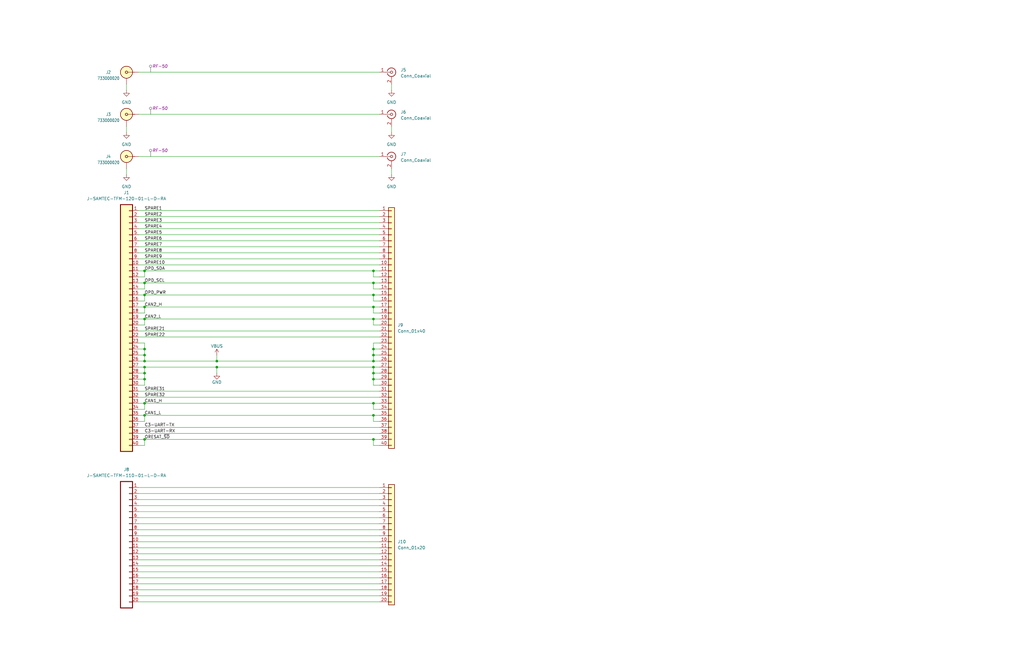
<source format=kicad_sch>
(kicad_sch (version 20230121) (generator eeschema)
  (paper "USLedger")
  (lib_symbols
    (symbol "Connector:Conn_Coaxial" (pin_names (offset 1.016) hide)
      (property "Reference" "J" (at 0.254 3.048 0))
      (property "Value" "Conn_Coaxial" (at 2.921 0 90))
      (symbol "Conn_Coaxial_0_1"
        (arc (start -1.778 -0.508) (mid 0.2311 -1.8066) (end 1.778 0) (stroke (width 0.254)))
        (polyline (pts (xy -2.54 0) (xy -0.508 0)))
        (polyline (pts (xy 0 -2.54) (xy 0 -1.778)))
        (circle (center 0 0) (radius 0.508) (stroke (width 0.2032)))
        (arc (start 1.778 0) (mid 0.2099 1.8101) (end -1.778 0.508) (stroke (width 0.254)))
      )
      (symbol "Conn_Coaxial_1_1"
        (pin passive line (at -5.08 0 0) (length 2.54) (name "In") (number "1"))
        (pin passive line (at 0 -5.08 90) (length 2.54) (name "Ext") (number "2"))
      )
    )
    (symbol "Connector_Generic:Conn_01x20" (pin_names (offset 1.016) hide)
      (property "Reference" "J" (at 0 25.4 0))
      (property "Value" "Conn_01x20" (at 0 -27.94 0))
      (symbol "Conn_01x20_1_1"
        (rectangle (start -1.27 -25.273) (end 0 -25.527) (stroke (width 0.1524)))
        (rectangle (start -1.27 -22.733) (end 0 -22.987) (stroke (width 0.1524)))
        (rectangle (start -1.27 -20.193) (end 0 -20.447) (stroke (width 0.1524)))
        (rectangle (start -1.27 -17.653) (end 0 -17.907) (stroke (width 0.1524)))
        (rectangle (start -1.27 -15.113) (end 0 -15.367) (stroke (width 0.1524)))
        (rectangle (start -1.27 -12.573) (end 0 -12.827) (stroke (width 0.1524)))
        (rectangle (start -1.27 -10.033) (end 0 -10.287) (stroke (width 0.1524)))
        (rectangle (start -1.27 -7.493) (end 0 -7.747) (stroke (width 0.1524)))
        (rectangle (start -1.27 -4.953) (end 0 -5.207) (stroke (width 0.1524)))
        (rectangle (start -1.27 -2.413) (end 0 -2.667) (stroke (width 0.1524)))
        (rectangle (start -1.27 0.127) (end 0 -0.127) (stroke (width 0.1524)))
        (rectangle (start -1.27 2.667) (end 0 2.413) (stroke (width 0.1524)))
        (rectangle (start -1.27 5.207) (end 0 4.953) (stroke (width 0.1524)))
        (rectangle (start -1.27 7.747) (end 0 7.493) (stroke (width 0.1524)))
        (rectangle (start -1.27 10.287) (end 0 10.033) (stroke (width 0.1524)))
        (rectangle (start -1.27 12.827) (end 0 12.573) (stroke (width 0.1524)))
        (rectangle (start -1.27 15.367) (end 0 15.113) (stroke (width 0.1524)))
        (rectangle (start -1.27 17.907) (end 0 17.653) (stroke (width 0.1524)))
        (rectangle (start -1.27 20.447) (end 0 20.193) (stroke (width 0.1524)))
        (rectangle (start -1.27 22.987) (end 0 22.733) (stroke (width 0.1524)))
        (rectangle (start -1.27 24.13) (end 1.27 -26.67) (stroke (width 0.254)) (fill (type background)))
        (pin passive line (at -5.08 22.86 0) (length 3.81) (name "Pin_1") (number "1"))
        (pin passive line (at -5.08 0 0) (length 3.81) (name "Pin_10") (number "10"))
        (pin passive line (at -5.08 -2.54 0) (length 3.81) (name "Pin_11") (number "11"))
        (pin passive line (at -5.08 -5.08 0) (length 3.81) (name "Pin_12") (number "12"))
        (pin passive line (at -5.08 -7.62 0) (length 3.81) (name "Pin_13") (number "13"))
        (pin passive line (at -5.08 -10.16 0) (length 3.81) (name "Pin_14") (number "14"))
        (pin passive line (at -5.08 -12.7 0) (length 3.81) (name "Pin_15") (number "15"))
        (pin passive line (at -5.08 -15.24 0) (length 3.81) (name "Pin_16") (number "16"))
        (pin passive line (at -5.08 -17.78 0) (length 3.81) (name "Pin_17") (number "17"))
        (pin passive line (at -5.08 -20.32 0) (length 3.81) (name "Pin_18") (number "18"))
        (pin passive line (at -5.08 -22.86 0) (length 3.81) (name "Pin_19") (number "19"))
        (pin passive line (at -5.08 20.32 0) (length 3.81) (name "Pin_2") (number "2"))
        (pin passive line (at -5.08 -25.4 0) (length 3.81) (name "Pin_20") (number "20"))
        (pin passive line (at -5.08 17.78 0) (length 3.81) (name "Pin_3") (number "3"))
        (pin passive line (at -5.08 15.24 0) (length 3.81) (name "Pin_4") (number "4"))
        (pin passive line (at -5.08 12.7 0) (length 3.81) (name "Pin_5") (number "5"))
        (pin passive line (at -5.08 10.16 0) (length 3.81) (name "Pin_6") (number "6"))
        (pin passive line (at -5.08 7.62 0) (length 3.81) (name "Pin_7") (number "7"))
        (pin passive line (at -5.08 5.08 0) (length 3.81) (name "Pin_8") (number "8"))
        (pin passive line (at -5.08 2.54 0) (length 3.81) (name "Pin_9") (number "9"))
      )
    )
    (symbol "Connector_Generic:Conn_01x40" (pin_names (offset 1.016) hide)
      (property "Reference" "J" (at 0 50.8 0))
      (property "Value" "Conn_01x40" (at 0 -53.34 0))
      (symbol "Conn_01x40_1_1"
        (rectangle (start -1.27 -50.673) (end 0 -50.927) (stroke (width 0.1524)))
        (rectangle (start -1.27 -48.133) (end 0 -48.387) (stroke (width 0.1524)))
        (rectangle (start -1.27 -45.593) (end 0 -45.847) (stroke (width 0.1524)))
        (rectangle (start -1.27 -43.053) (end 0 -43.307) (stroke (width 0.1524)))
        (rectangle (start -1.27 -40.513) (end 0 -40.767) (stroke (width 0.1524)))
        (rectangle (start -1.27 -37.973) (end 0 -38.227) (stroke (width 0.1524)))
        (rectangle (start -1.27 -35.433) (end 0 -35.687) (stroke (width 0.1524)))
        (rectangle (start -1.27 -32.893) (end 0 -33.147) (stroke (width 0.1524)))
        (rectangle (start -1.27 -30.353) (end 0 -30.607) (stroke (width 0.1524)))
        (rectangle (start -1.27 -27.813) (end 0 -28.067) (stroke (width 0.1524)))
        (rectangle (start -1.27 -25.273) (end 0 -25.527) (stroke (width 0.1524)))
        (rectangle (start -1.27 -22.733) (end 0 -22.987) (stroke (width 0.1524)))
        (rectangle (start -1.27 -20.193) (end 0 -20.447) (stroke (width 0.1524)))
        (rectangle (start -1.27 -17.653) (end 0 -17.907) (stroke (width 0.1524)))
        (rectangle (start -1.27 -15.113) (end 0 -15.367) (stroke (width 0.1524)))
        (rectangle (start -1.27 -12.573) (end 0 -12.827) (stroke (width 0.1524)))
        (rectangle (start -1.27 -10.033) (end 0 -10.287) (stroke (width 0.1524)))
        (rectangle (start -1.27 -7.493) (end 0 -7.747) (stroke (width 0.1524)))
        (rectangle (start -1.27 -4.953) (end 0 -5.207) (stroke (width 0.1524)))
        (rectangle (start -1.27 -2.413) (end 0 -2.667) (stroke (width 0.1524)))
        (rectangle (start -1.27 0.127) (end 0 -0.127) (stroke (width 0.1524)))
        (rectangle (start -1.27 2.667) (end 0 2.413) (stroke (width 0.1524)))
        (rectangle (start -1.27 5.207) (end 0 4.953) (stroke (width 0.1524)))
        (rectangle (start -1.27 7.747) (end 0 7.493) (stroke (width 0.1524)))
        (rectangle (start -1.27 10.287) (end 0 10.033) (stroke (width 0.1524)))
        (rectangle (start -1.27 12.827) (end 0 12.573) (stroke (width 0.1524)))
        (rectangle (start -1.27 15.367) (end 0 15.113) (stroke (width 0.1524)))
        (rectangle (start -1.27 17.907) (end 0 17.653) (stroke (width 0.1524)))
        (rectangle (start -1.27 20.447) (end 0 20.193) (stroke (width 0.1524)))
        (rectangle (start -1.27 22.987) (end 0 22.733) (stroke (width 0.1524)))
        (rectangle (start -1.27 25.527) (end 0 25.273) (stroke (width 0.1524)))
        (rectangle (start -1.27 28.067) (end 0 27.813) (stroke (width 0.1524)))
        (rectangle (start -1.27 30.607) (end 0 30.353) (stroke (width 0.1524)))
        (rectangle (start -1.27 33.147) (end 0 32.893) (stroke (width 0.1524)))
        (rectangle (start -1.27 35.687) (end 0 35.433) (stroke (width 0.1524)))
        (rectangle (start -1.27 38.227) (end 0 37.973) (stroke (width 0.1524)))
        (rectangle (start -1.27 40.767) (end 0 40.513) (stroke (width 0.1524)))
        (rectangle (start -1.27 43.307) (end 0 43.053) (stroke (width 0.1524)))
        (rectangle (start -1.27 45.847) (end 0 45.593) (stroke (width 0.1524)))
        (rectangle (start -1.27 48.387) (end 0 48.133) (stroke (width 0.1524)))
        (rectangle (start -1.27 49.53) (end 1.27 -52.07) (stroke (width 0.254)) (fill (type background)))
        (pin passive line (at -5.08 48.26 0) (length 3.81) (name "Pin_1") (number "1"))
        (pin passive line (at -5.08 25.4 0) (length 3.81) (name "Pin_10") (number "10"))
        (pin passive line (at -5.08 22.86 0) (length 3.81) (name "Pin_11") (number "11"))
        (pin passive line (at -5.08 20.32 0) (length 3.81) (name "Pin_12") (number "12"))
        (pin passive line (at -5.08 17.78 0) (length 3.81) (name "Pin_13") (number "13"))
        (pin passive line (at -5.08 15.24 0) (length 3.81) (name "Pin_14") (number "14"))
        (pin passive line (at -5.08 12.7 0) (length 3.81) (name "Pin_15") (number "15"))
        (pin passive line (at -5.08 10.16 0) (length 3.81) (name "Pin_16") (number "16"))
        (pin passive line (at -5.08 7.62 0) (length 3.81) (name "Pin_17") (number "17"))
        (pin passive line (at -5.08 5.08 0) (length 3.81) (name "Pin_18") (number "18"))
        (pin passive line (at -5.08 2.54 0) (length 3.81) (name "Pin_19") (number "19"))
        (pin passive line (at -5.08 45.72 0) (length 3.81) (name "Pin_2") (number "2"))
        (pin passive line (at -5.08 0 0) (length 3.81) (name "Pin_20") (number "20"))
        (pin passive line (at -5.08 -2.54 0) (length 3.81) (name "Pin_21") (number "21"))
        (pin passive line (at -5.08 -5.08 0) (length 3.81) (name "Pin_22") (number "22"))
        (pin passive line (at -5.08 -7.62 0) (length 3.81) (name "Pin_23") (number "23"))
        (pin passive line (at -5.08 -10.16 0) (length 3.81) (name "Pin_24") (number "24"))
        (pin passive line (at -5.08 -12.7 0) (length 3.81) (name "Pin_25") (number "25"))
        (pin passive line (at -5.08 -15.24 0) (length 3.81) (name "Pin_26") (number "26"))
        (pin passive line (at -5.08 -17.78 0) (length 3.81) (name "Pin_27") (number "27"))
        (pin passive line (at -5.08 -20.32 0) (length 3.81) (name "Pin_28") (number "28"))
        (pin passive line (at -5.08 -22.86 0) (length 3.81) (name "Pin_29") (number "29"))
        (pin passive line (at -5.08 43.18 0) (length 3.81) (name "Pin_3") (number "3"))
        (pin passive line (at -5.08 -25.4 0) (length 3.81) (name "Pin_30") (number "30"))
        (pin passive line (at -5.08 -27.94 0) (length 3.81) (name "Pin_31") (number "31"))
        (pin passive line (at -5.08 -30.48 0) (length 3.81) (name "Pin_32") (number "32"))
        (pin passive line (at -5.08 -33.02 0) (length 3.81) (name "Pin_33") (number "33"))
        (pin passive line (at -5.08 -35.56 0) (length 3.81) (name "Pin_34") (number "34"))
        (pin passive line (at -5.08 -38.1 0) (length 3.81) (name "Pin_35") (number "35"))
        (pin passive line (at -5.08 -40.64 0) (length 3.81) (name "Pin_36") (number "36"))
        (pin passive line (at -5.08 -43.18 0) (length 3.81) (name "Pin_37") (number "37"))
        (pin passive line (at -5.08 -45.72 0) (length 3.81) (name "Pin_38") (number "38"))
        (pin passive line (at -5.08 -48.26 0) (length 3.81) (name "Pin_39") (number "39"))
        (pin passive line (at -5.08 40.64 0) (length 3.81) (name "Pin_4") (number "4"))
        (pin passive line (at -5.08 -50.8 0) (length 3.81) (name "Pin_40") (number "40"))
        (pin passive line (at -5.08 38.1 0) (length 3.81) (name "Pin_5") (number "5"))
        (pin passive line (at -5.08 35.56 0) (length 3.81) (name "Pin_6") (number "6"))
        (pin passive line (at -5.08 33.02 0) (length 3.81) (name "Pin_7") (number "7"))
        (pin passive line (at -5.08 30.48 0) (length 3.81) (name "Pin_8") (number "8"))
        (pin passive line (at -5.08 27.94 0) (length 3.81) (name "Pin_9") (number "9"))
      )
    )
    (symbol "oresat-connectors:J-MOLEX-SMPM-73300-002X"
      (property "Reference" "J" (at 5.08 -3.81 0))
      (property "Value" "733000020" (at 5.08 -6.35 0))
      (symbol "J-MOLEX-SMPM-73300-002X_1_0"
        (polyline (pts (xy 0.508 0) (xy 3.556 0)) (stroke (width 0.1524)))
        (circle (center 0 0) (radius 0.508) (stroke (width 0.254)))
        (circle (center 0 0) (radius 2.54) (stroke (width 0.254)) (fill (type background)))
        (pin passive line (at 0 -5.08 90) (length 2.54) (name "SHLD") (number "SHLD"))
        (pin passive line (at 5.08 0 180) (length 2.54) (name "SIG") (number "SIG"))
      )
    )
    (symbol "oresat-connectors:J-SAMTEC-TFM-110-01-L-D-RA" (pin_names hide)
      (property "Reference" "J" (at -2.54 30.48 0))
      (property "Value" "J-SAMTEC-TFM-110-01-L-D-RA" (at 0 -55.88 0))
      (symbol "J-SAMTEC-TFM-110-01-L-D-RA_0_1"
        (rectangle (start -2.54 27.94) (end 2.54 -25.4) (stroke (width 0.4)))
        (rectangle (start 2.413 -22.733) (end 1.143 -22.987) (stroke (width 0.1524)))
        (rectangle (start 2.413 -20.193) (end 1.143 -20.447) (stroke (width 0.1524)))
        (rectangle (start 2.413 -17.653) (end 1.143 -17.907) (stroke (width 0.1524)))
        (rectangle (start 2.413 -15.113) (end 1.143 -15.367) (stroke (width 0.1524)))
        (rectangle (start 2.413 -12.573) (end 1.143 -12.827) (stroke (width 0.1524)))
        (rectangle (start 2.413 -10.033) (end 1.143 -10.287) (stroke (width 0.1524)))
        (rectangle (start 2.413 -7.493) (end 1.143 -7.747) (stroke (width 0.1524)))
        (rectangle (start 2.413 -4.953) (end 1.143 -5.207) (stroke (width 0.1524)))
        (rectangle (start 2.413 -2.413) (end 1.143 -2.667) (stroke (width 0.1524)))
        (rectangle (start 2.413 0.127) (end 1.143 -0.127) (stroke (width 0.1524)))
        (rectangle (start 2.413 2.667) (end 1.143 2.413) (stroke (width 0.1524)))
        (rectangle (start 2.413 5.207) (end 1.143 4.953) (stroke (width 0.1524)))
        (rectangle (start 2.413 7.747) (end 1.143 7.493) (stroke (width 0.1524)))
        (rectangle (start 2.413 10.287) (end 1.143 10.033) (stroke (width 0.1524)))
        (rectangle (start 2.413 12.827) (end 1.143 12.573) (stroke (width 0.1524)))
        (rectangle (start 2.413 15.367) (end 1.143 15.113) (stroke (width 0.1524)))
        (rectangle (start 2.413 17.907) (end 1.143 17.653) (stroke (width 0.1524)))
        (rectangle (start 2.413 20.447) (end 1.143 20.193) (stroke (width 0.1524)))
        (rectangle (start 2.413 22.987) (end 1.143 22.733) (stroke (width 0.1524)))
        (rectangle (start 2.413 25.527) (end 1.143 25.273) (stroke (width 0.1524)))
      )
      (symbol "J-SAMTEC-TFM-110-01-L-D-RA_1_1"
        (pin passive line (at 5.08 25.4 180) (length 2.54) (name "") (number "1"))
        (pin passive line (at 5.08 2.54 180) (length 2.54) (name "") (number "10"))
        (pin passive line (at 5.08 0 180) (length 2.54) (name "") (number "11"))
        (pin passive line (at 5.08 -2.54 180) (length 2.54) (name "") (number "12"))
        (pin passive line (at 5.08 -5.08 180) (length 2.54) (name "") (number "13"))
        (pin passive line (at 5.08 -7.62 180) (length 2.54) (name "") (number "14"))
        (pin passive line (at 5.08 -10.16 180) (length 2.54) (name "") (number "15"))
        (pin passive line (at 5.08 -12.7 180) (length 2.54) (name "") (number "16"))
        (pin passive line (at 5.08 -15.24 180) (length 2.54) (name "") (number "17"))
        (pin passive line (at 5.08 -17.78 180) (length 2.54) (name "") (number "18"))
        (pin passive line (at 5.08 -20.32 180) (length 2.54) (name "") (number "19"))
        (pin passive line (at 5.08 22.86 180) (length 2.54) (name "") (number "2"))
        (pin passive line (at 5.08 -22.86 180) (length 2.54) (name "") (number "20"))
        (pin passive line (at 5.08 20.32 180) (length 2.54) (name "") (number "3"))
        (pin passive line (at 5.08 17.78 180) (length 2.54) (name "") (number "4"))
        (pin passive line (at 5.08 15.24 180) (length 2.54) (name "") (number "5"))
        (pin passive line (at 5.08 12.7 180) (length 2.54) (name "") (number "6"))
        (pin passive line (at 5.08 10.16 180) (length 2.54) (name "") (number "7"))
        (pin passive line (at 5.08 7.62 180) (length 2.54) (name "") (number "8"))
        (pin passive line (at 5.08 5.08 180) (length 2.54) (name "") (number "9"))
      )
    )
    (symbol "oresat-connectors:J-SAMTEC-TFM-120-01-L-D-RA" (pin_names hide)
      (property "Reference" "J" (at 0 54.61 0))
      (property "Value" "J-SAMTEC-TFM-120-01-L-D-RA" (at 0 52.07 0))
      (symbol "J-SAMTEC-TFM-120-01-L-D-RA_0_1"
        (rectangle (start 2.413 -50.673) (end 1.143 -50.927) (stroke (width 0.1524)))
        (rectangle (start 2.413 -48.133) (end 1.143 -48.387) (stroke (width 0.1524)))
        (rectangle (start 2.413 -45.593) (end 1.143 -45.847) (stroke (width 0.1524)))
        (rectangle (start 2.413 -43.053) (end 1.143 -43.307) (stroke (width 0.1524)))
        (rectangle (start 2.413 -40.513) (end 1.143 -40.767) (stroke (width 0.1524)))
        (rectangle (start 2.413 -37.973) (end 1.143 -38.227) (stroke (width 0.1524)))
        (rectangle (start 2.413 -35.433) (end 1.143 -35.687) (stroke (width 0.1524)))
        (rectangle (start 2.413 -32.893) (end 1.143 -33.147) (stroke (width 0.1524)))
        (rectangle (start 2.413 -30.353) (end 1.143 -30.607) (stroke (width 0.1524)))
        (rectangle (start 2.413 -27.813) (end 1.143 -28.067) (stroke (width 0.1524)))
        (rectangle (start 2.413 -25.273) (end 1.143 -25.527) (stroke (width 0.1524)))
        (rectangle (start 2.413 -22.733) (end 1.143 -22.987) (stroke (width 0.1524)))
        (rectangle (start 2.413 -20.193) (end 1.143 -20.447) (stroke (width 0.1524)))
        (rectangle (start 2.413 -17.653) (end 1.143 -17.907) (stroke (width 0.1524)))
        (rectangle (start 2.413 -15.113) (end 1.143 -15.367) (stroke (width 0.1524)))
        (rectangle (start 2.413 -12.573) (end 1.143 -12.827) (stroke (width 0.1524)))
        (rectangle (start 2.413 -10.033) (end 1.143 -10.287) (stroke (width 0.1524)))
        (rectangle (start 2.413 -7.493) (end 1.143 -7.747) (stroke (width 0.1524)))
        (rectangle (start 2.413 -4.953) (end 1.143 -5.207) (stroke (width 0.1524)))
        (rectangle (start 2.413 -2.413) (end 1.143 -2.667) (stroke (width 0.1524)))
        (rectangle (start 2.413 0.127) (end 1.143 -0.127) (stroke (width 0.1524)))
        (rectangle (start 2.413 2.667) (end 1.143 2.413) (stroke (width 0.1524)))
        (rectangle (start 2.413 5.207) (end 1.143 4.953) (stroke (width 0.1524)))
        (rectangle (start 2.413 7.747) (end 1.143 7.493) (stroke (width 0.1524)))
        (rectangle (start 2.413 10.287) (end 1.143 10.033) (stroke (width 0.1524)))
        (rectangle (start 2.413 12.827) (end 1.143 12.573) (stroke (width 0.1524)))
        (rectangle (start 2.413 15.367) (end 1.143 15.113) (stroke (width 0.1524)))
        (rectangle (start 2.413 17.907) (end 1.143 17.653) (stroke (width 0.1524)))
        (rectangle (start 2.413 20.447) (end 1.143 20.193) (stroke (width 0.1524)))
        (rectangle (start 2.413 22.987) (end 1.143 22.733) (stroke (width 0.1524)))
        (rectangle (start 2.413 25.527) (end 1.143 25.273) (stroke (width 0.1524)))
        (rectangle (start 2.413 28.067) (end 1.143 27.813) (stroke (width 0.1524)))
        (rectangle (start 2.413 30.607) (end 1.143 30.353) (stroke (width 0.1524)))
        (rectangle (start 2.413 33.147) (end 1.143 32.893) (stroke (width 0.1524)))
        (rectangle (start 2.413 35.687) (end 1.143 35.433) (stroke (width 0.1524)))
        (rectangle (start 2.413 38.227) (end 1.143 37.973) (stroke (width 0.1524)))
        (rectangle (start 2.413 40.767) (end 1.143 40.513) (stroke (width 0.1524)))
        (rectangle (start 2.413 43.307) (end 1.143 43.053) (stroke (width 0.1524)))
        (rectangle (start 2.413 45.847) (end 1.143 45.593) (stroke (width 0.1524)))
        (rectangle (start 2.413 48.387) (end 1.143 48.133) (stroke (width 0.1524)))
      )
      (symbol "J-SAMTEC-TFM-120-01-L-D-RA_1_1"
        (rectangle (start -2.54 50.8) (end 2.54 -53.34) (stroke (width 0.4)) (fill (type background)))
        (pin passive line (at 5.08 48.26 180) (length 2.54) (name "") (number "1"))
        (pin passive line (at 5.08 25.4 180) (length 2.54) (name "") (number "10"))
        (pin passive line (at 5.08 22.86 180) (length 2.54) (name "") (number "11"))
        (pin passive line (at 5.08 20.32 180) (length 2.54) (name "") (number "12"))
        (pin passive line (at 5.08 17.78 180) (length 2.54) (name "") (number "13"))
        (pin passive line (at 5.08 15.24 180) (length 2.54) (name "") (number "14"))
        (pin passive line (at 5.08 12.7 180) (length 2.54) (name "") (number "15"))
        (pin passive line (at 5.08 10.16 180) (length 2.54) (name "") (number "16"))
        (pin passive line (at 5.08 7.62 180) (length 2.54) (name "") (number "17"))
        (pin passive line (at 5.08 5.08 180) (length 2.54) (name "") (number "18"))
        (pin passive line (at 5.08 2.54 180) (length 2.54) (name "") (number "19"))
        (pin passive line (at 5.08 45.72 180) (length 2.54) (name "") (number "2"))
        (pin passive line (at 5.08 0 180) (length 2.54) (name "") (number "20"))
        (pin passive line (at 5.08 -2.54 180) (length 2.54) (name "") (number "21"))
        (pin passive line (at 5.08 -5.08 180) (length 2.54) (name "") (number "22"))
        (pin passive line (at 5.08 -7.62 180) (length 2.54) (name "") (number "23"))
        (pin passive line (at 5.08 -10.16 180) (length 2.54) (name "") (number "24"))
        (pin passive line (at 5.08 -12.7 180) (length 2.54) (name "") (number "25"))
        (pin passive line (at 5.08 -15.24 180) (length 2.54) (name "") (number "26"))
        (pin passive line (at 5.08 -17.78 180) (length 2.54) (name "") (number "27"))
        (pin passive line (at 5.08 -20.32 180) (length 2.54) (name "") (number "28"))
        (pin passive line (at 5.08 -22.86 180) (length 2.54) (name "") (number "29"))
        (pin passive line (at 5.08 43.18 180) (length 2.54) (name "") (number "3"))
        (pin passive line (at 5.08 -25.4 180) (length 2.54) (name "") (number "30"))
        (pin passive line (at 5.08 -27.94 180) (length 2.54) (name "") (number "31"))
        (pin passive line (at 5.08 -30.48 180) (length 2.54) (name "") (number "32"))
        (pin passive line (at 5.08 -33.02 180) (length 2.54) (name "") (number "33"))
        (pin passive line (at 5.08 -35.56 180) (length 2.54) (name "") (number "34"))
        (pin passive line (at 5.08 -38.1 180) (length 2.54) (name "") (number "35"))
        (pin passive line (at 5.08 -40.64 180) (length 2.54) (name "") (number "36"))
        (pin passive line (at 5.08 -43.18 180) (length 2.54) (name "") (number "37"))
        (pin passive line (at 5.08 -45.72 180) (length 2.54) (name "") (number "38"))
        (pin passive line (at 5.08 -48.26 180) (length 2.54) (name "") (number "39"))
        (pin passive line (at 5.08 40.64 180) (length 2.54) (name "") (number "4"))
        (pin passive line (at 5.08 -50.8 180) (length 2.54) (name "") (number "40"))
        (pin passive line (at 5.08 38.1 180) (length 2.54) (name "") (number "5"))
        (pin passive line (at 5.08 35.56 180) (length 2.54) (name "") (number "6"))
        (pin passive line (at 5.08 33.02 180) (length 2.54) (name "") (number "7"))
        (pin passive line (at 5.08 30.48 180) (length 2.54) (name "") (number "8"))
        (pin passive line (at 5.08 27.94 180) (length 2.54) (name "") (number "9"))
      )
    )
    (symbol "power:GND" (power) (pin_names (offset 0))
      (property "Value" "GND" (at 0 -3.81 0))
      (symbol "GND_0_1"
        (polyline (pts (xy 0 0) (xy 0 -1.27) (xy 1.27 -1.27) (xy 0 -2.54) (xy -1.27 -1.27) (xy 0 -1.27)))
      )
      (symbol "GND_1_1"
        (pin power_in line (at 0 0 270) (length 0) hide (name "GND") (number "1"))
      )
    )
    (symbol "power:VBUS" (power) (pin_names (offset 0))
      (property "Value" "VBUS" (at 0 3.81 0))
      (symbol "VBUS_0_1"
        (polyline (pts (xy -0.762 1.27) (xy 0 2.54)))
        (polyline (pts (xy 0 0) (xy 0 2.54)))
        (polyline (pts (xy 0 2.54) (xy 0.762 1.27)))
      )
      (symbol "VBUS_1_1"
        (pin power_in line (at 0 0 90) (length 0) hide (name "VBUS") (number "1"))
      )
    )
  )
  (junction (at 60.96 154.94))
  (junction (at 157.48 185.42))
  (junction (at 157.48 119.38))
  (junction (at 157.48 157.48))
  (junction (at 60.96 157.48))
  (junction (at 60.96 149.86))
  (junction (at 157.48 154.94))
  (junction (at 60.96 147.32))
  (junction (at 157.48 175.26))
  (junction (at 60.96 170.18))
  (junction (at 60.96 160.02))
  (junction (at 157.48 149.86))
  (junction (at 157.48 147.32))
  (junction (at 157.48 124.46))
  (junction (at 91.44 154.94))
  (junction (at 157.48 152.4))
  (junction (at 60.96 114.3))
  (junction (at 60.96 129.54))
  (junction (at 60.96 185.42))
  (junction (at 60.96 175.26))
  (junction (at 60.96 134.62))
  (junction (at 60.96 124.46))
  (junction (at 157.48 114.3))
  (junction (at 60.96 152.4))
  (junction (at 157.48 160.02))
  (junction (at 157.48 129.54))
  (junction (at 157.48 134.62))
  (junction (at 91.44 152.4))
  (junction (at 60.96 119.38))
  (junction (at 157.48 170.18))
  (wire (pts (xy 53.34 35.56) (xy 53.34 38.1)))
  (wire (pts (xy 58.42 152.4) (xy 60.96 152.4)))
  (wire (pts (xy 58.42 236.22) (xy 160.02 236.22)))
  (wire (pts (xy 60.96 149.86) (xy 58.42 149.86)))
  (wire (pts (xy 60.96 129.54) (xy 157.48 129.54)))
  (wire (pts (xy 58.42 142.24) (xy 160.02 142.24)))
  (wire (pts (xy 165.1 35.56) (xy 165.1 38.1)))
  (wire (pts (xy 60.96 137.16) (xy 60.96 134.62)))
  (wire (pts (xy 157.48 149.86) (xy 157.48 152.4)))
  (wire (pts (xy 58.42 157.48) (xy 60.96 157.48)))
  (wire (pts (xy 157.48 137.16) (xy 157.48 134.62)))
  (wire (pts (xy 91.44 149.86) (xy 91.44 152.4)))
  (wire (pts (xy 53.34 71.12) (xy 53.34 73.66)))
  (wire (pts (xy 157.48 154.94) (xy 160.02 154.94)))
  (wire (pts (xy 157.48 185.42) (xy 160.02 185.42)))
  (wire (pts (xy 160.02 144.78) (xy 157.48 144.78)))
  (wire (pts (xy 58.42 134.62) (xy 60.96 134.62)))
  (wire (pts (xy 60.96 127) (xy 60.96 124.46)))
  (wire (pts (xy 58.42 88.9) (xy 160.02 88.9)))
  (wire (pts (xy 58.42 144.78) (xy 60.96 144.78)))
  (wire (pts (xy 157.48 162.56) (xy 157.48 160.02)))
  (wire (pts (xy 157.48 116.84) (xy 157.48 114.3)))
  (wire (pts (xy 157.48 157.48) (xy 157.48 154.94)))
  (wire (pts (xy 91.44 152.4) (xy 157.48 152.4)))
  (wire (pts (xy 58.42 241.3) (xy 160.02 241.3)))
  (wire (pts (xy 157.48 187.96) (xy 157.48 185.42)))
  (wire (pts (xy 58.42 99.06) (xy 160.02 99.06)))
  (wire (pts (xy 58.42 223.52) (xy 160.02 223.52)))
  (wire (pts (xy 58.42 132.08) (xy 60.96 132.08)))
  (wire (pts (xy 160.02 132.08) (xy 157.48 132.08)))
  (wire (pts (xy 58.42 228.6) (xy 160.02 228.6)))
  (wire (pts (xy 58.42 167.64) (xy 160.02 167.64)))
  (wire (pts (xy 58.42 172.72) (xy 60.96 172.72)))
  (wire (pts (xy 58.42 165.1) (xy 160.02 165.1)))
  (wire (pts (xy 58.42 177.8) (xy 60.96 177.8)))
  (wire (pts (xy 60.96 144.78) (xy 60.96 147.32)))
  (wire (pts (xy 60.96 185.42) (xy 60.96 187.96)))
  (wire (pts (xy 91.44 152.4) (xy 60.96 152.4)))
  (wire (pts (xy 58.42 246.38) (xy 160.02 246.38)))
  (wire (pts (xy 60.96 119.38) (xy 157.48 119.38)))
  (wire (pts (xy 157.48 170.18) (xy 160.02 170.18)))
  (wire (pts (xy 58.42 233.68) (xy 160.02 233.68)))
  (wire (pts (xy 160.02 127) (xy 157.48 127)))
  (wire (pts (xy 157.48 177.8) (xy 157.48 175.26)))
  (wire (pts (xy 157.48 124.46) (xy 160.02 124.46)))
  (wire (pts (xy 58.42 116.84) (xy 60.96 116.84)))
  (wire (pts (xy 160.02 121.92) (xy 157.48 121.92)))
  (wire (pts (xy 60.96 114.3) (xy 157.48 114.3)))
  (wire (pts (xy 60.96 154.94) (xy 60.96 157.48)))
  (wire (pts (xy 58.42 106.68) (xy 160.02 106.68)))
  (wire (pts (xy 157.48 129.54) (xy 160.02 129.54)))
  (wire (pts (xy 60.96 154.94) (xy 91.44 154.94)))
  (wire (pts (xy 157.48 157.48) (xy 160.02 157.48)))
  (wire (pts (xy 157.48 127) (xy 157.48 124.46)))
  (wire (pts (xy 60.96 114.3) (xy 60.96 116.84)))
  (wire (pts (xy 58.42 248.92) (xy 160.02 248.92)))
  (wire (pts (xy 60.96 147.32) (xy 60.96 149.86)))
  (wire (pts (xy 60.96 175.26) (xy 157.48 175.26)))
  (wire (pts (xy 58.42 104.14) (xy 160.02 104.14)))
  (wire (pts (xy 60.96 172.72) (xy 60.96 170.18)))
  (wire (pts (xy 157.48 149.86) (xy 160.02 149.86)))
  (wire (pts (xy 58.42 114.3) (xy 60.96 114.3)))
  (wire (pts (xy 58.42 139.7) (xy 160.02 139.7)))
  (wire (pts (xy 60.96 157.48) (xy 60.96 160.02)))
  (wire (pts (xy 160.02 172.72) (xy 157.48 172.72)))
  (wire (pts (xy 165.1 53.34) (xy 165.1 55.88)))
  (wire (pts (xy 58.42 137.16) (xy 60.96 137.16)))
  (wire (pts (xy 58.42 175.26) (xy 60.96 175.26)))
  (wire (pts (xy 58.42 119.38) (xy 60.96 119.38)))
  (wire (pts (xy 157.48 172.72) (xy 157.48 170.18)))
  (wire (pts (xy 58.42 254) (xy 160.02 254)))
  (wire (pts (xy 60.96 170.18) (xy 157.48 170.18)))
  (wire (pts (xy 58.42 109.22) (xy 160.02 109.22)))
  (wire (pts (xy 160.02 177.8) (xy 157.48 177.8)))
  (wire (pts (xy 58.42 220.98) (xy 160.02 220.98)))
  (wire (pts (xy 58.42 218.44) (xy 160.02 218.44)))
  (wire (pts (xy 58.42 129.54) (xy 60.96 129.54)))
  (wire (pts (xy 60.96 134.62) (xy 157.48 134.62)))
  (wire (pts (xy 58.42 215.9) (xy 160.02 215.9)))
  (wire (pts (xy 58.42 187.96) (xy 60.96 187.96)))
  (wire (pts (xy 58.42 238.76) (xy 160.02 238.76)))
  (wire (pts (xy 157.48 160.02) (xy 157.48 157.48)))
  (wire (pts (xy 160.02 162.56) (xy 157.48 162.56)))
  (wire (pts (xy 60.96 152.4) (xy 60.96 149.86)))
  (wire (pts (xy 58.42 147.32) (xy 60.96 147.32)))
  (wire (pts (xy 157.48 134.62) (xy 160.02 134.62)))
  (wire (pts (xy 58.42 185.42) (xy 60.96 185.42)))
  (wire (pts (xy 60.96 124.46) (xy 157.48 124.46)))
  (wire (pts (xy 58.42 121.92) (xy 60.96 121.92)))
  (wire (pts (xy 60.96 162.56) (xy 60.96 160.02)))
  (wire (pts (xy 91.44 154.94) (xy 157.48 154.94)))
  (wire (pts (xy 165.1 71.12) (xy 165.1 73.66)))
  (wire (pts (xy 157.48 121.92) (xy 157.48 119.38)))
  (wire (pts (xy 58.42 127) (xy 60.96 127)))
  (wire (pts (xy 58.42 111.76) (xy 160.02 111.76)))
  (wire (pts (xy 58.42 182.88) (xy 160.02 182.88)))
  (wire (pts (xy 58.42 226.06) (xy 160.02 226.06)))
  (wire (pts (xy 157.48 147.32) (xy 160.02 147.32)))
  (wire (pts (xy 91.44 157.48) (xy 91.44 154.94)))
  (wire (pts (xy 58.42 66.04) (xy 160.02 66.04)))
  (wire (pts (xy 58.42 96.52) (xy 160.02 96.52)))
  (wire (pts (xy 53.34 53.34) (xy 53.34 55.88)))
  (wire (pts (xy 160.02 187.96) (xy 157.48 187.96)))
  (wire (pts (xy 58.42 243.84) (xy 160.02 243.84)))
  (wire (pts (xy 157.48 147.32) (xy 157.48 149.86)))
  (wire (pts (xy 157.48 119.38) (xy 160.02 119.38)))
  (wire (pts (xy 58.42 154.94) (xy 60.96 154.94)))
  (wire (pts (xy 60.96 121.92) (xy 60.96 119.38)))
  (wire (pts (xy 58.42 48.26) (xy 160.02 48.26)))
  (wire (pts (xy 60.96 185.42) (xy 157.48 185.42)))
  (wire (pts (xy 58.42 213.36) (xy 160.02 213.36)))
  (wire (pts (xy 58.42 210.82) (xy 160.02 210.82)))
  (wire (pts (xy 58.42 208.28) (xy 160.02 208.28)))
  (wire (pts (xy 58.42 124.46) (xy 60.96 124.46)))
  (wire (pts (xy 58.42 91.44) (xy 160.02 91.44)))
  (wire (pts (xy 58.42 93.98) (xy 160.02 93.98)))
  (wire (pts (xy 160.02 116.84) (xy 157.48 116.84)))
  (wire (pts (xy 160.02 137.16) (xy 157.48 137.16)))
  (wire (pts (xy 58.42 101.6) (xy 160.02 101.6)))
  (wire (pts (xy 58.42 231.14) (xy 160.02 231.14)))
  (wire (pts (xy 157.48 144.78) (xy 157.48 147.32)))
  (wire (pts (xy 157.48 152.4) (xy 160.02 152.4)))
  (wire (pts (xy 58.42 170.18) (xy 60.96 170.18)))
  (wire (pts (xy 157.48 114.3) (xy 160.02 114.3)))
  (wire (pts (xy 58.42 30.48) (xy 160.02 30.48)))
  (wire (pts (xy 157.48 160.02) (xy 160.02 160.02)))
  (wire (pts (xy 157.48 132.08) (xy 157.48 129.54)))
  (wire (pts (xy 58.42 251.46) (xy 160.02 251.46)))
  (wire (pts (xy 60.96 132.08) (xy 60.96 129.54)))
  (wire (pts (xy 58.42 180.34) (xy 160.02 180.34)))
  (wire (pts (xy 58.42 162.56) (xy 60.96 162.56)))
  (wire (pts (xy 60.96 177.8) (xy 60.96 175.26)))
  (wire (pts (xy 58.42 205.74) (xy 160.02 205.74)))
  (wire (pts (xy 157.48 175.26) (xy 160.02 175.26)))
  (wire (pts (xy 60.96 160.02) (xy 58.42 160.02)))
  (label "SPARE1" (at 60.96 88.9 0))
  (label "CAN1_L" (at 60.96 175.26 0))
  (label "SPARE32" (at 60.96 167.64 0))
  (label "C3-UART-RX" (at 60.96 182.88 0))
  (label "CAN1_H" (at 60.96 170.18 0))
  (label "C3-UART-TX" (at 60.96 180.34 0))
  (label "ORESAT_~{SD}" (at 60.96 185.42 0))
  (label "OPD_SCL" (at 60.96 119.38 0))
  (label "SPARE9" (at 60.96 109.22 0))
  (label "SPARE3" (at 60.96 93.98 0))
  (label "SPARE2" (at 60.96 91.44 0))
  (label "SPARE21" (at 60.96 139.7 0))
  (label "OPD_SDA" (at 60.96 114.3 0))
  (label "SPARE5" (at 60.96 99.06 0))
  (label "OPD_PWR" (at 60.96 124.46 0))
  (label "SPARE4" (at 60.96 96.52 0))
  (label "SPARE7" (at 60.96 104.14 0))
  (label "SPARE10" (at 60.96 111.76 0))
  (label "SPARE22" (at 60.96 142.24 0))
  (label "SPARE6" (at 60.96 101.6 0))
  (label "SPARE31" (at 60.96 165.1 0))
  (label "SPARE8" (at 60.96 106.68 0))
  (label "CAN2_L" (at 60.96 134.62 0))
  (label "CAN2_H" (at 60.96 129.54 0))
  (netclass_flag "" (length 2.54) (shape round) (at 63.5 66.04 0) (property "Netclass" "RF-50" (at 64.1985 63.5 0) (effects (font italic) (justify left))))
  (netclass_flag "" (length 2.54) (shape round) (at 63.5 48.26 0) (property "Netclass" "RF-50" (at 64.1985 45.72 0) (effects (font italic) (justify left))))
  (netclass_flag "" (length 2.54) (shape round) (at 63.5 30.48 0) (property "Netclass" "RF-50" (at 64.1985 27.94 0) (effects (font italic) (justify left))))
  (symbol (lib_id "oresat-connectors:J-MOLEX-SMPM-73300-002X") (at 53.34 48.26 0) (unit 1)
    (property "Reference" "J3" (at 45.72 48.26 0) (effects (font (size 1.27 1.0795))))
    (property "Value" "733000020" (at 45.72 50.8 0) (effects (font (size 1.27 1.0795))))
    (property "Footprint" "oresat-connectors:J-MOLEX-SMPM-073300-002X" (effects hide))
    (property "Datasheet" "https://tools.molex.com/pdm_docs/sd/733000020_sd.pdf" (effects hide))
  )
  (symbol (lib_id "power:GND") (at 91.44 157.48 0) (unit 1)
    (property "Reference" "#PWR02" (effects hide))
    (property "Value" "GND" (at 91.44 161.29 0))
  )
  (symbol (lib_id "power:GND") (at 53.34 38.1 0) (unit 1)
    (property "Reference" "#PWR03" (effects hide))
    (property "Value" "GND" (at 53.34 43.18 0))
  )
  (symbol (lib_id "power:GND") (at 165.1 55.88 0) (unit 1)
    (property "Reference" "#PWR07" (effects hide))
    (property "Value" "GND" (at 165.1 60.96 0))
  )
  (symbol (lib_id "Connector:Conn_Coaxial") (at 165.1 30.48 0) (unit 1)
    (property "Reference" "J5" (at 168.91 29.5032 0) (effects (justify left)))
    (property "Value" "Conn_Coaxial" (at 168.91 32.0432 0) (effects (justify left)))
    (property "Footprint" "Connector_Coaxial:SMA_Amphenol_132289_EdgeMount" (effects hide))
    (property "Datasheet" " ~" (effects hide))
  )
  (symbol (lib_id "Connector_Generic:Conn_01x40") (at 165.1 137.16 0) (unit 1)
    (property "Reference" "J9" (at 167.64 137.16 0) (effects (justify left)))
    (property "Value" "Conn_01x40" (at 167.64 139.7 0) (effects (justify left)))
    (property "Footprint" "Connector_IDC:IDC-Header_2x20_P2.54mm_Vertical" (effects hide))
  )
  (symbol (lib_id "power:GND") (at 165.1 73.66 0) (unit 1)
    (property "Reference" "#PWR06" (effects hide))
    (property "Value" "GND" (at 165.1 78.74 0))
  )
  (symbol (lib_id "oresat-connectors:J-MOLEX-SMPM-73300-002X") (at 53.34 30.48 0) (unit 1)
    (property "Reference" "J2" (at 45.72 30.48 0) (effects (font (size 1.27 1.0795))))
    (property "Value" "733000020" (at 45.72 33.02 0) (effects (font (size 1.27 1.0795))))
    (property "Footprint" "oresat-connectors:J-MOLEX-SMPM-073300-002X" (effects hide))
    (property "Datasheet" "https://tools.molex.com/pdm_docs/sd/733000020_sd.pdf" (effects hide))
  )
  (symbol (lib_id "power:GND") (at 53.34 55.88 0) (unit 1)
    (property "Reference" "#PWR04" (effects hide))
    (property "Value" "GND" (at 53.34 60.96 0))
  )
  (symbol (lib_id "Connector:Conn_Coaxial") (at 165.1 48.26 0) (unit 1)
    (property "Reference" "J6" (at 168.91 47.2832 0) (effects (justify left)))
    (property "Value" "Conn_Coaxial" (at 168.91 49.8232 0) (effects (justify left)))
    (property "Footprint" "Connector_Coaxial:SMA_Amphenol_132289_EdgeMount" (effects hide))
    (property "Datasheet" " ~" (effects hide))
  )
  (symbol (lib_id "Connector:Conn_Coaxial") (at 165.1 66.04 0) (unit 1)
    (property "Reference" "J7" (at 168.91 65.0632 0) (effects (justify left)))
    (property "Value" "Conn_Coaxial" (at 168.91 67.6032 0) (effects (justify left)))
    (property "Footprint" "Connector_Coaxial:SMA_Amphenol_132289_EdgeMount" (effects hide))
    (property "Datasheet" " ~" (effects hide))
  )
  (symbol (lib_id "power:GND") (at 165.1 38.1 0) (unit 1)
    (property "Reference" "#PWR08" (effects hide))
    (property "Value" "GND" (at 165.1 43.18 0))
  )
  (symbol (lib_id "power:GND") (at 53.34 73.66 0) (unit 1)
    (property "Reference" "#PWR05" (effects hide))
    (property "Value" "GND" (at 53.34 78.74 0))
  )
  (symbol (lib_id "oresat-connectors:J-SAMTEC-TFM-110-01-L-D-RA") (at 53.34 231.14 0) (unit 1)
    (property "Reference" "J8" (at 53.34 198.12 0))
    (property "Value" "J-SAMTEC-TFM-110-01-L-D-RA" (at 53.34 200.66 0))
    (property "Footprint" "oresat-connectors:J-SAMTEC-TFM-110-X1-XXX-D-RA-small-pads" (effects hide))
    (property "Datasheet" "https://suddendocs.samtec.com/catalog_english/tfm.pdf" (effects hide))
  )
  (symbol (lib_id "oresat-connectors:J-MOLEX-SMPM-73300-002X") (at 53.34 66.04 0) (unit 1)
    (property "Reference" "J4" (at 45.72 66.04 0) (effects (font (size 1.27 1.0795))))
    (property "Value" "733000020" (at 45.72 68.58 0) (effects (font (size 1.27 1.0795))))
    (property "Footprint" "oresat-connectors:J-MOLEX-SMPM-073300-002X" (effects hide))
    (property "Datasheet" "https://tools.molex.com/pdm_docs/sd/733000020_sd.pdf" (effects hide))
  )
  (symbol (lib_id "oresat-connectors:J-SAMTEC-TFM-120-01-L-D-RA") (at 53.34 137.16 0) (unit 1)
    (property "Reference" "J1" (at 53.34 81.28 0))
    (property "Value" "J-SAMTEC-TFM-120-01-L-D-RA" (at 53.34 83.82 0))
    (property "Footprint" "oresat-connectors:J-SAMTEC-TFM-120-X1-XXX-D-RA-small-pads" (effects hide))
    (property "Datasheet" "https://suddendocs.samtec.com/catalog_english/tfm.pdf" (effects hide))
  )
  (symbol (lib_id "Connector_Generic:Conn_01x20") (at 165.1 228.6 0) (unit 1)
    (property "Reference" "J10" (at 167.64 228.6 0) (effects (justify left)))
    (property "Value" "Conn_01x20" (at 167.64 231.14 0) (effects (justify left)))
    (property "Footprint" "Connector_PinHeader_2.54mm:PinHeader_2x10_P2.54mm_Vertical" (effects hide))
  )
  (symbol (lib_id "power:VBUS") (at 91.44 149.86 0) (unit 1)
    (property "Reference" "#PWR01" (effects hide))
    (property "Value" "VBUS" (at 91.44 146.05 0))
  )
)
</source>
